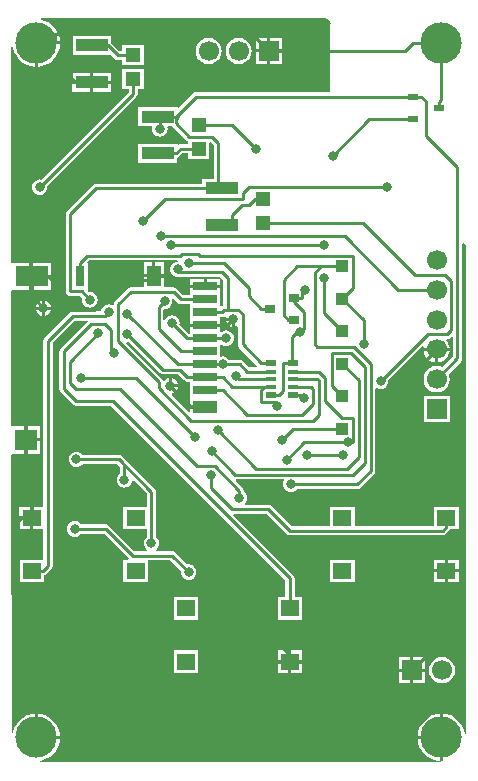
<source format=gbl>
%FSLAX44Y44*%
%MOMM*%
G71*
G01*
G75*
G04 Layer_Physical_Order=2*
G04 Layer_Color=16711680*
%ADD10R,2.0000X0.7000*%
%ADD11R,2.0000X1.0000*%
%ADD12R,1.2000X1.8000*%
%ADD13R,0.8000X1.8000*%
%ADD14R,2.8000X1.8000*%
%ADD15R,1.9000X1.8000*%
%ADD16R,0.9000X0.8000*%
%ADD17R,1.0000X1.0000*%
%ADD18R,1.6000X1.4000*%
%ADD19R,2.8000X1.1000*%
%ADD20R,1.3000X1.2000*%
%ADD21R,0.9500X0.6000*%
%ADD22R,0.9000X0.5000*%
%ADD23R,0.9000X0.3200*%
%ADD24C,0.2540*%
%ADD25C,1.7000*%
%ADD26R,1.7000X1.7000*%
%ADD27R,1.7000X1.7000*%
%ADD28C,3.5000*%
%ADD29C,0.8000*%
G36*
X1081814Y1005004D02*
X1081628Y1003748D01*
X1085397Y1002604D01*
X1088879Y1000743D01*
X1091930Y998239D01*
X1094435Y995188D01*
X1096295Y991706D01*
X1097441Y987929D01*
X1097703Y985270D01*
X1077689D01*
Y984003D01*
X1076421D01*
Y963988D01*
X1073763Y964250D01*
X1069985Y965396D01*
X1066504Y967257D01*
X1063452Y969761D01*
X1060948Y972813D01*
X1059087Y976294D01*
X1057941Y980071D01*
X1057850Y981001D01*
X1056581Y980938D01*
X1056615Y798040D01*
X1057114D01*
X1057151D01*
X1057513Y798040D01*
X1057513Y798040D01*
Y798040D01*
X1072421D01*
Y786497D01*
Y774960D01*
X1057517D01*
X1056619Y774062D01*
X1056641Y659440D01*
X1056817D01*
X1056851D01*
X1057539Y659440D01*
X1057539Y659440D01*
X1057539Y659440D01*
X1067621D01*
Y647898D01*
Y636360D01*
X1057543D01*
X1056645Y635462D01*
X1056689Y400128D01*
X1057945Y399942D01*
X1059087Y403706D01*
X1060948Y407188D01*
X1063452Y410239D01*
X1066504Y412743D01*
X1069985Y414604D01*
X1073763Y415750D01*
X1076421Y416012D01*
Y395998D01*
X1077689D01*
Y394730D01*
X1097703D01*
X1097441Y392072D01*
X1096295Y388294D01*
X1094435Y384813D01*
X1091930Y381761D01*
X1088879Y379257D01*
X1085397Y377396D01*
X1081620Y376250D01*
X1080790Y376168D01*
X1080852Y374900D01*
X1419826Y374997D01*
X1420691Y375863D01*
X1420691Y375863D01*
X1421961Y375988D01*
Y395998D01*
Y416012D01*
X1424620Y415750D01*
X1428397Y414604D01*
X1431879Y412743D01*
X1434930Y410239D01*
X1437435Y407188D01*
X1439295Y403706D01*
X1440441Y399929D01*
X1440532Y399008D01*
X1441801Y399070D01*
X1441691Y810000D01*
X1441691D01*
X1441770Y810096D01*
X1441401Y811951D01*
X1440296Y813605D01*
X1439252Y814303D01*
X1438132Y813704D01*
Y716956D01*
X1437836Y715470D01*
X1436994Y714209D01*
X1426750Y703965D01*
X1427447Y702282D01*
X1427827Y699400D01*
X1427447Y696518D01*
X1426335Y693832D01*
X1424565Y691526D01*
X1422259Y689757D01*
X1419573Y688644D01*
X1416691Y688265D01*
X1413809Y688644D01*
X1411124Y689757D01*
X1408817Y691526D01*
X1407048Y693832D01*
X1405936Y696518D01*
X1405556Y699400D01*
X1405936Y702282D01*
X1407048Y704968D01*
X1408817Y707274D01*
X1411124Y709044D01*
X1413809Y710156D01*
X1416691Y710535D01*
X1419573Y710156D01*
X1421256Y709459D01*
X1430363Y718565D01*
Y734960D01*
X1429189Y735446D01*
X1428358Y734615D01*
X1428358Y734615D01*
X1428358Y734615D01*
Y734615D01*
X1428358Y734615D01*
Y734615D01*
X1427098Y733773D01*
X1425611Y733477D01*
X1425384D01*
X1424823Y732338D01*
X1426335Y730368D01*
X1427447Y727682D01*
X1427659Y726070D01*
X1405723D01*
X1405832Y726899D01*
X1404693Y727460D01*
X1375691Y698458D01*
X1375820Y697484D01*
X1375595Y695777D01*
X1374936Y694186D01*
X1373888Y692820D01*
X1372522Y691771D01*
X1370931Y691112D01*
X1369223Y690888D01*
X1367516Y691112D01*
X1365925Y691771D01*
X1365865Y691817D01*
X1364726Y691256D01*
Y621792D01*
X1364726Y621792D01*
X1364726D01*
X1364430Y620305D01*
X1363588Y619045D01*
X1352158Y607615D01*
X1350898Y606773D01*
X1349411Y606477D01*
X1298540D01*
X1297942Y605698D01*
X1296575Y604649D01*
X1294985Y603990D01*
X1293277Y603766D01*
X1291570Y603990D01*
X1289979Y604649D01*
X1288613Y605698D01*
X1287565Y607064D01*
X1286906Y608655D01*
X1286681Y610362D01*
X1286906Y612069D01*
X1287565Y613660D01*
X1287192Y614415D01*
X1247101D01*
X1246615Y613242D01*
X1252082Y607775D01*
X1252924Y606515D01*
X1253220Y605028D01*
Y604005D01*
X1254000Y603406D01*
X1255048Y602040D01*
X1255707Y600449D01*
X1255932Y598742D01*
X1255707Y597035D01*
X1255048Y595444D01*
X1254173Y594304D01*
X1254735Y593165D01*
X1274227D01*
X1275714Y592869D01*
X1276974Y592027D01*
X1294124Y574877D01*
X1326151D01*
Y591540D01*
X1347231D01*
Y574877D01*
X1414151D01*
Y591540D01*
X1435231D01*
Y572460D01*
X1428218D01*
X1427438Y571293D01*
X1424390Y568245D01*
X1423130Y567403D01*
X1421643Y567107D01*
X1292515D01*
X1291029Y567403D01*
X1289768Y568245D01*
X1289768Y568245D01*
X1289768Y568245D01*
X1272618Y585395D01*
X1244889D01*
X1244403Y584222D01*
X1295188Y533437D01*
X1296030Y532177D01*
X1296326Y530690D01*
Y514790D01*
X1302981D01*
Y495710D01*
X1281901D01*
Y514790D01*
X1288557D01*
Y529081D01*
X1140802Y676835D01*
X1111159D01*
X1109673Y677131D01*
X1108412Y677973D01*
X1098252Y688133D01*
X1097410Y689393D01*
X1097361Y689640D01*
X1097115Y690880D01*
Y722884D01*
X1097410Y724371D01*
X1098252Y725631D01*
X1121302Y748681D01*
X1121217Y748963D01*
X1109966D01*
X1091422Y730419D01*
Y541020D01*
X1091422Y541020D01*
X1091422D01*
X1091126Y539533D01*
X1090284Y538273D01*
X1086264Y534253D01*
X1085004Y533411D01*
X1084757Y533362D01*
X1084231Y533257D01*
Y527460D01*
X1063151D01*
Y546540D01*
X1083653D01*
Y572460D01*
X1074961D01*
Y581997D01*
Y591540D01*
X1083653D01*
Y732028D01*
X1083948Y733515D01*
X1084790Y734775D01*
X1105610Y755595D01*
X1106871Y756437D01*
X1108357Y756732D01*
X1132579D01*
X1132728Y757865D01*
X1133387Y759456D01*
X1134435Y760822D01*
X1135801Y761871D01*
X1137392Y762530D01*
X1139099Y762754D01*
X1140807Y762530D01*
X1142398Y761871D01*
X1143089Y762682D01*
X1143384Y764168D01*
X1144226Y765429D01*
X1154697Y775899D01*
X1155957Y776741D01*
X1157444Y777037D01*
X1168452D01*
Y785830D01*
X1185531D01*
Y777037D01*
X1194042D01*
X1195528Y776741D01*
X1196788Y775899D01*
X1201803Y770884D01*
X1208151D01*
Y771960D01*
Y776730D01*
X1233231D01*
Y771960D01*
Y761502D01*
X1234351Y760903D01*
X1235213Y761479D01*
X1235807Y761597D01*
Y783391D01*
X1233078Y786119D01*
X1199866D01*
X1199227Y785854D01*
X1197519Y785630D01*
X1195812Y785854D01*
X1194221Y786513D01*
X1192855Y787562D01*
X1191807Y788928D01*
X1191148Y790519D01*
X1190923Y792226D01*
X1191148Y793933D01*
X1191807Y795524D01*
X1192855Y796890D01*
X1194221Y797939D01*
X1195812Y798598D01*
X1197519Y798822D01*
Y799127D01*
X1196621Y800025D01*
X1122550D01*
X1120965Y798440D01*
X1121131Y798040D01*
X1121131D01*
X1121131Y798040D01*
Y774960D01*
X1121131Y774960D01*
X1121131D01*
X1120860Y774304D01*
X1122123Y773040D01*
X1123097Y773168D01*
X1124805Y772944D01*
X1126395Y772285D01*
X1127762Y771236D01*
X1128810Y769870D01*
X1129469Y768279D01*
X1129694Y766572D01*
X1129469Y764865D01*
X1128810Y763274D01*
X1127762Y761908D01*
X1126395Y760859D01*
X1124805Y760200D01*
X1123097Y759976D01*
X1121390Y760200D01*
X1119799Y760859D01*
X1118433Y761908D01*
X1117385Y763274D01*
X1116726Y764865D01*
X1116501Y766572D01*
X1116629Y767546D01*
X1114371Y769805D01*
X1106587D01*
X1105101Y770101D01*
X1103840Y770943D01*
X1102998Y772203D01*
X1102703Y773690D01*
Y839216D01*
X1102998Y840703D01*
X1103840Y841963D01*
X1125624Y863747D01*
X1126885Y864589D01*
X1128371Y864885D01*
X1218151D01*
Y869040D01*
X1227925D01*
Y897551D01*
X1225404Y900071D01*
X1224231Y899585D01*
Y885960D01*
X1206151D01*
Y890615D01*
X1201414D01*
X1198722Y887923D01*
X1197462Y887081D01*
X1196992Y886988D01*
Y882630D01*
X1163912D01*
Y898710D01*
X1196992D01*
Y898549D01*
X1198111Y897951D01*
X1198319Y898089D01*
X1199805Y898385D01*
X1206151D01*
Y900812D01*
X1205685Y900905D01*
X1204424Y901747D01*
X1192944Y913227D01*
X1192675Y913630D01*
X1189539D01*
X1188701Y912675D01*
X1188876Y911352D01*
X1188651Y909645D01*
X1187992Y908054D01*
X1186944Y906688D01*
X1185577Y905639D01*
X1183987Y904980D01*
X1182279Y904756D01*
X1180572Y904980D01*
X1178981Y905639D01*
X1177615Y906688D01*
X1176567Y908054D01*
X1175908Y909645D01*
X1175683Y911352D01*
X1175908Y913059D01*
X1175526Y913630D01*
X1163912D01*
Y929710D01*
X1196991D01*
X1196992Y929710D01*
Y929710D01*
X1198087Y929256D01*
X1210079Y941247D01*
X1211339Y942089D01*
X1212825Y942385D01*
X1326660D01*
X1326691Y1000000D01*
X1326691Y1000000D01*
X1326691D01*
X1326770Y1000096D01*
X1326401Y1001951D01*
X1325296Y1003605D01*
X1323642Y1004710D01*
X1321691Y1005098D01*
X1081814Y1005004D01*
D02*
G37*
G36*
X1192563Y767375D02*
X1192715Y767009D01*
X1192940Y765302D01*
X1192715Y763595D01*
X1192056Y762004D01*
X1191008Y760638D01*
X1189641Y759589D01*
X1188051Y758930D01*
X1186343Y758706D01*
X1186103Y758737D01*
X1185148Y757900D01*
Y749467D01*
X1186394Y749220D01*
X1186737Y750048D01*
X1187785Y751414D01*
X1189151Y752462D01*
X1190742Y753121D01*
X1192449Y753346D01*
X1194157Y753121D01*
X1195748Y752462D01*
X1197114Y751414D01*
X1198162Y750048D01*
X1198821Y748457D01*
X1199046Y746750D01*
X1198918Y745775D01*
X1206808Y737885D01*
X1208151D01*
Y738960D01*
Y743730D01*
X1233231D01*
Y739703D01*
X1234370Y739141D01*
X1235115Y739713D01*
X1236706Y740372D01*
X1238413Y740596D01*
X1240121Y740372D01*
X1241712Y739713D01*
X1243078Y738664D01*
X1244126Y737298D01*
X1244785Y735707D01*
X1245010Y734000D01*
X1244785Y732293D01*
X1244126Y730702D01*
X1243078Y729336D01*
X1241712Y728287D01*
X1240121Y727628D01*
X1238413Y727404D01*
X1236706Y727628D01*
X1235115Y728287D01*
X1234370Y728859D01*
X1233231Y728297D01*
Y727960D01*
Y719207D01*
X1234186Y718370D01*
X1235619Y718558D01*
X1237327Y718334D01*
X1238917Y717675D01*
X1240284Y716626D01*
X1240853Y715885D01*
X1250119D01*
X1251606Y715589D01*
X1252866Y714747D01*
X1257928Y709685D01*
X1264344D01*
X1264830Y710858D01*
X1249572Y726115D01*
X1248730Y727376D01*
X1248435Y728862D01*
X1248435Y728862D01*
X1248435Y728862D01*
Y728862D01*
Y743484D01*
X1247379Y744190D01*
X1246217Y743708D01*
X1245779Y743651D01*
Y750082D01*
X1244512D01*
Y751350D01*
X1238080D01*
X1238138Y751787D01*
X1238363Y752330D01*
X1237381Y753136D01*
X1236296Y752411D01*
X1236049Y752362D01*
X1234809Y752115D01*
X1233231D01*
Y749960D01*
Y746270D01*
X1208151D01*
Y749960D01*
Y760960D01*
Y763115D01*
X1200194D01*
X1198707Y763411D01*
X1197447Y764253D01*
X1197447Y764253D01*
X1197447Y764253D01*
X1193620Y768080D01*
X1192563Y767375D01*
D02*
G37*
G36*
X1154847Y731020D02*
X1154349Y731085D01*
X1153787Y729946D01*
X1184097Y699637D01*
X1184939Y698376D01*
X1186076Y698111D01*
X1186251Y698338D01*
X1187617Y699387D01*
X1189208Y700046D01*
X1189645Y700103D01*
Y693671D01*
X1190913D01*
Y692404D01*
X1197345D01*
X1197287Y691967D01*
X1196628Y690376D01*
X1195580Y689010D01*
X1194213Y687961D01*
X1192623Y687302D01*
X1192236Y686163D01*
X1206978Y671421D01*
X1208151Y671907D01*
Y674730D01*
X1220694D01*
Y677270D01*
X1208151D01*
Y683540D01*
D01*
Y683540D01*
X1208151Y683540D01*
Y683960D01*
X1208151D01*
Y694960D01*
Y697115D01*
X1205615D01*
X1204129Y697411D01*
X1202868Y698253D01*
X1197752Y703369D01*
X1185209D01*
X1183723Y703665D01*
X1182463Y704507D01*
X1182462Y704507D01*
X1182463Y704507D01*
X1155822Y731148D01*
X1154847Y731020D01*
D02*
G37*
%LPC*%
G36*
X1425961Y546540D02*
X1435231D01*
Y538270D01*
X1425961D01*
Y546540D01*
D02*
G37*
G36*
X1414151D02*
X1423421D01*
Y538270D01*
X1414151D01*
Y546540D01*
D02*
G37*
G36*
Y535730D02*
X1423421D01*
Y527460D01*
X1414151D01*
Y535730D01*
D02*
G37*
G36*
X1425961D02*
X1435231D01*
Y527460D01*
X1425961D01*
Y535730D01*
D02*
G37*
G36*
X1326151Y546540D02*
X1347231D01*
Y527460D01*
X1326151D01*
Y546540D01*
D02*
G37*
G36*
X1070161Y659440D02*
X1080931D01*
Y649170D01*
X1070161D01*
Y659440D01*
D02*
G37*
G36*
X1405651Y685040D02*
X1427731D01*
Y662960D01*
X1405651D01*
Y685040D01*
D02*
G37*
G36*
X1192185Y700103D02*
X1192623Y700046D01*
X1194213Y699387D01*
X1195580Y698338D01*
X1196628Y696972D01*
X1197287Y695381D01*
X1197345Y694944D01*
X1192185D01*
Y700103D01*
D02*
G37*
G36*
X1070161Y646630D02*
X1080931D01*
Y636360D01*
X1070161D01*
Y646630D01*
D02*
G37*
G36*
X1063151Y580730D02*
X1072421D01*
Y572460D01*
X1063151D01*
Y580730D01*
D02*
G37*
G36*
Y591540D02*
X1072421D01*
Y583270D01*
X1063151D01*
Y591540D01*
D02*
G37*
G36*
X1111691Y638040D02*
X1113398Y637816D01*
X1114989Y637157D01*
X1116356Y636108D01*
X1116954Y635329D01*
X1147735D01*
X1148975Y635082D01*
X1149222Y635033D01*
X1150482Y634191D01*
X1155054Y629619D01*
X1177914Y606759D01*
X1178756Y605499D01*
X1179052Y604012D01*
Y565841D01*
X1179832Y565242D01*
X1180880Y563876D01*
X1181539Y562285D01*
X1181764Y560578D01*
X1181539Y558871D01*
X1180880Y557280D01*
X1179832Y555914D01*
X1178637Y554997D01*
X1179046Y553795D01*
X1192693D01*
X1193933Y553548D01*
X1194180Y553499D01*
X1195440Y552657D01*
X1205689Y542408D01*
X1206663Y542536D01*
X1208371Y542312D01*
X1209961Y541653D01*
X1211328Y540604D01*
X1212376Y539238D01*
X1213035Y537647D01*
X1213260Y535940D01*
X1213035Y534233D01*
X1212376Y532642D01*
X1211328Y531276D01*
X1209961Y530227D01*
X1208371Y529568D01*
X1206663Y529344D01*
X1204956Y529568D01*
X1203365Y530227D01*
X1201999Y531276D01*
X1200951Y532642D01*
X1200292Y534233D01*
X1200067Y535940D01*
X1200195Y536914D01*
X1191084Y546025D01*
X1172231D01*
Y527460D01*
X1151151D01*
Y546540D01*
X1155382D01*
X1155868Y547714D01*
X1134950Y568631D01*
X1115406D01*
X1114808Y567852D01*
X1113441Y566803D01*
X1111851Y566144D01*
X1110143Y565920D01*
X1108436Y566144D01*
X1106845Y566803D01*
X1105479Y567852D01*
X1104431Y569218D01*
X1103772Y570809D01*
X1103547Y572516D01*
X1103772Y574223D01*
X1104431Y575814D01*
X1105479Y577180D01*
X1106845Y578229D01*
X1108436Y578888D01*
X1110143Y579112D01*
X1111851Y578888D01*
X1113441Y578229D01*
X1114808Y577180D01*
X1115406Y576401D01*
X1136559D01*
X1138046Y576105D01*
X1139306Y575263D01*
X1160774Y553795D01*
X1171289D01*
X1171697Y554997D01*
X1170503Y555914D01*
X1169455Y557280D01*
X1168796Y558871D01*
X1168571Y560578D01*
X1168796Y562285D01*
X1169455Y563876D01*
X1170503Y565242D01*
X1171283Y565841D01*
Y572460D01*
X1151151D01*
Y591540D01*
X1171283D01*
Y602403D01*
X1159990Y613696D01*
X1158787Y613287D01*
X1158679Y612465D01*
X1158020Y610874D01*
X1156972Y609508D01*
X1155605Y608459D01*
X1154015Y607800D01*
X1152307Y607576D01*
X1150600Y607800D01*
X1149009Y608459D01*
X1147643Y609508D01*
X1146595Y610874D01*
X1145936Y612465D01*
X1145711Y614172D01*
X1145936Y615879D01*
X1146595Y617470D01*
X1147643Y618836D01*
X1148423Y619435D01*
Y625263D01*
X1146126Y627559D01*
X1116954D01*
X1116356Y626780D01*
X1114989Y625731D01*
X1113398Y625072D01*
X1111691Y624848D01*
X1109984Y625072D01*
X1108393Y625731D01*
X1107027Y626780D01*
X1105978Y628146D01*
X1105320Y629737D01*
X1105095Y631444D01*
X1105320Y633151D01*
X1105978Y634742D01*
X1107027Y636108D01*
X1108393Y637157D01*
X1109984Y637816D01*
X1111691Y638040D01*
D02*
G37*
G36*
X1396961Y451730D02*
X1406731D01*
Y441960D01*
X1396961D01*
Y451730D01*
D02*
G37*
G36*
X1384651D02*
X1394421D01*
Y441960D01*
X1384651D01*
Y451730D01*
D02*
G37*
G36*
X1293711Y458980D02*
X1302981D01*
Y450710D01*
X1293711D01*
Y458980D01*
D02*
G37*
G36*
X1421091Y464135D02*
X1423973Y463756D01*
X1426659Y462643D01*
X1428965Y460874D01*
X1430735Y458568D01*
X1431847Y455882D01*
X1432226Y453000D01*
X1431847Y450118D01*
X1430735Y447432D01*
X1428965Y445126D01*
X1426659Y443356D01*
X1423973Y442244D01*
X1421091Y441865D01*
X1418209Y442244D01*
X1415524Y443356D01*
X1413217Y445126D01*
X1411448Y447432D01*
X1410335Y450118D01*
X1409956Y453000D01*
X1410335Y455882D01*
X1411448Y458568D01*
X1413217Y460874D01*
X1415524Y462643D01*
X1418209Y463756D01*
X1421091Y464135D01*
D02*
G37*
G36*
X1400679Y394730D02*
X1419421D01*
Y375988D01*
X1416763Y376250D01*
X1412985Y377396D01*
X1409504Y379257D01*
X1406452Y381761D01*
X1403948Y384813D01*
X1402087Y388294D01*
X1400941Y392072D01*
X1400679Y394730D01*
D02*
G37*
G36*
X1419421Y416012D02*
Y397270D01*
X1400679D01*
X1400941Y399929D01*
X1402087Y403706D01*
X1403948Y407188D01*
X1406452Y410239D01*
X1409504Y412743D01*
X1412985Y414604D01*
X1416763Y415750D01*
X1419421Y416012D01*
D02*
G37*
G36*
X1078961D02*
X1081620Y415750D01*
X1085397Y414604D01*
X1088879Y412743D01*
X1091930Y410239D01*
X1094435Y407188D01*
X1096295Y403706D01*
X1097441Y399929D01*
X1097703Y397270D01*
X1078961D01*
Y416012D01*
D02*
G37*
G36*
X1293711Y469790D02*
X1302981D01*
Y461520D01*
X1293711D01*
Y469790D01*
D02*
G37*
G36*
X1281901D02*
X1291171D01*
Y461520D01*
X1281901D01*
Y469790D01*
D02*
G37*
G36*
X1193901Y514790D02*
X1214981D01*
Y495710D01*
X1193901D01*
Y514790D01*
D02*
G37*
G36*
X1384651Y464040D02*
X1394421D01*
Y454270D01*
X1384651D01*
Y464040D01*
D02*
G37*
G36*
X1281901Y458980D02*
X1291171D01*
Y450710D01*
X1281901D01*
Y458980D01*
D02*
G37*
G36*
X1193901Y469790D02*
X1214981D01*
Y450710D01*
X1193901D01*
Y469790D01*
D02*
G37*
G36*
X1396961Y464040D02*
X1406731D01*
Y454270D01*
X1396961D01*
Y464040D01*
D02*
G37*
G36*
X1125972Y958928D02*
X1141242D01*
Y952158D01*
X1125972D01*
Y958928D01*
D02*
G37*
G36*
X1108162D02*
X1123432D01*
Y952158D01*
X1108162D01*
Y958928D01*
D02*
G37*
G36*
X1078961Y982730D02*
X1097703D01*
X1097441Y980071D01*
X1096295Y976294D01*
X1094435Y972813D01*
X1091930Y969761D01*
X1088879Y967257D01*
X1085397Y965396D01*
X1081620Y964250D01*
X1078961Y963988D01*
Y982730D01*
D02*
G37*
G36*
X1150651Y962040D02*
X1168731D01*
Y944960D01*
X1163576D01*
Y941088D01*
X1163280Y939601D01*
X1162438Y938341D01*
X1086893Y862796D01*
X1087022Y861822D01*
X1086797Y860115D01*
X1086138Y858524D01*
X1085090Y857158D01*
X1083724Y856109D01*
X1082133Y855450D01*
X1080425Y855226D01*
X1078718Y855450D01*
X1077127Y856109D01*
X1075761Y857158D01*
X1074713Y858524D01*
X1074054Y860115D01*
X1073829Y861822D01*
X1074054Y863529D01*
X1074713Y865120D01*
X1075761Y866486D01*
X1077127Y867535D01*
X1078718Y868194D01*
X1080425Y868418D01*
X1081400Y868290D01*
X1155806Y942697D01*
Y944960D01*
X1150651D01*
Y962040D01*
D02*
G37*
G36*
X1125972Y949618D02*
X1141242D01*
Y942848D01*
X1125972D01*
Y949618D01*
D02*
G37*
G36*
X1108162D02*
X1123432D01*
Y942848D01*
X1108162D01*
Y949618D01*
D02*
G37*
G36*
X1249041Y988385D02*
X1251923Y988006D01*
X1254609Y986893D01*
X1256915Y985124D01*
X1258685Y982817D01*
X1259797Y980132D01*
X1260176Y977250D01*
X1259797Y974368D01*
X1258685Y971682D01*
X1256915Y969376D01*
X1254609Y967606D01*
X1251923Y966494D01*
X1249041Y966115D01*
X1246159Y966494D01*
X1243474Y967606D01*
X1241167Y969376D01*
X1239398Y971682D01*
X1238285Y974368D01*
X1237906Y977250D01*
X1238285Y980132D01*
X1239398Y982817D01*
X1241167Y985124D01*
X1243474Y986893D01*
X1246159Y988006D01*
X1249041Y988385D01*
D02*
G37*
G36*
X1108162Y989928D02*
X1141242D01*
Y984217D01*
X1148074Y977385D01*
X1150651D01*
Y982040D01*
X1168731D01*
Y964960D01*
X1150651D01*
Y969616D01*
X1146465D01*
X1144979Y969911D01*
X1143718Y970753D01*
X1140624Y973848D01*
X1108162D01*
Y989928D01*
D02*
G37*
G36*
X1275711Y988290D02*
X1285481D01*
Y978520D01*
X1275711D01*
Y988290D01*
D02*
G37*
G36*
X1263401D02*
X1273171D01*
Y978520D01*
X1263401D01*
Y988290D01*
D02*
G37*
G36*
X1223641Y988385D02*
X1226523Y988006D01*
X1229209Y986893D01*
X1231515Y985124D01*
X1233285Y982817D01*
X1234397Y980132D01*
X1234776Y977250D01*
X1234397Y974368D01*
X1233285Y971682D01*
X1231515Y969376D01*
X1229209Y967606D01*
X1226523Y966494D01*
X1223641Y966115D01*
X1220759Y966494D01*
X1218074Y967606D01*
X1215767Y969376D01*
X1213998Y971682D01*
X1212885Y974368D01*
X1212506Y977250D01*
X1212885Y980132D01*
X1213998Y982817D01*
X1215767Y985124D01*
X1218074Y986893D01*
X1220759Y988006D01*
X1223641Y988385D01*
D02*
G37*
G36*
X1275711Y975980D02*
X1285481D01*
Y966210D01*
X1275711D01*
Y975980D01*
D02*
G37*
G36*
X1263401D02*
X1273171D01*
Y966210D01*
X1263401D01*
Y975980D01*
D02*
G37*
G36*
X1084997Y758190D02*
X1090156D01*
X1090099Y757753D01*
X1089440Y756162D01*
X1088392Y754796D01*
X1087026Y753747D01*
X1085435Y753088D01*
X1084997Y753031D01*
Y758190D01*
D02*
G37*
G36*
X1077298D02*
X1082457D01*
Y753031D01*
X1082020Y753088D01*
X1080429Y753747D01*
X1079063Y754796D01*
X1078015Y756162D01*
X1077356Y757753D01*
X1077298Y758190D01*
D02*
G37*
G36*
X1084997Y765889D02*
X1085435Y765832D01*
X1087026Y765173D01*
X1088392Y764124D01*
X1089440Y762758D01*
X1090099Y761167D01*
X1090156Y760730D01*
X1084997D01*
Y765889D01*
D02*
G37*
G36*
X1417961Y723530D02*
X1427659D01*
X1427447Y721918D01*
X1426335Y719232D01*
X1424565Y716926D01*
X1422259Y715157D01*
X1419573Y714044D01*
X1417961Y713832D01*
Y723530D01*
D02*
G37*
G36*
X1405723D02*
X1415421D01*
Y713832D01*
X1413809Y714044D01*
X1411124Y715157D01*
X1408817Y716926D01*
X1407048Y719232D01*
X1405936Y721918D01*
X1405723Y723530D01*
D02*
G37*
G36*
X1238080Y748810D02*
X1243239D01*
Y743651D01*
X1242802Y743708D01*
X1241211Y744367D01*
X1239845Y745415D01*
X1238797Y746782D01*
X1238138Y748372D01*
X1238080Y748810D01*
D02*
G37*
G36*
X1082457Y765889D02*
Y760730D01*
X1077298D01*
X1077356Y761167D01*
X1078015Y762758D01*
X1079063Y764124D01*
X1080429Y765173D01*
X1082020Y765832D01*
X1082457Y765889D01*
D02*
G37*
G36*
X1074961Y798040D02*
X1090231D01*
Y787770D01*
X1074961D01*
Y798040D01*
D02*
G37*
G36*
X1178261Y798640D02*
X1185531D01*
Y788370D01*
X1178261D01*
Y798640D01*
D02*
G37*
G36*
X1168452D02*
X1175722D01*
Y788370D01*
X1168452D01*
Y798640D01*
D02*
G37*
G36*
X1074961Y785230D02*
X1090231D01*
Y774960D01*
X1074961D01*
Y785230D01*
D02*
G37*
G36*
X1221961Y784040D02*
X1233231D01*
Y779270D01*
X1221961D01*
Y784040D01*
D02*
G37*
G36*
X1208151D02*
X1219421D01*
Y779270D01*
X1208151D01*
Y784040D01*
D02*
G37*
%LPD*%
D10*
X1220691Y778000D02*
D03*
Y767000D02*
D03*
Y756000D02*
D03*
Y745000D02*
D03*
Y734000D02*
D03*
Y723000D02*
D03*
Y712000D02*
D03*
Y701000D02*
D03*
Y690000D02*
D03*
D11*
Y676000D02*
D03*
D12*
X1176992Y787100D02*
D03*
D13*
X1114591Y786500D02*
D03*
D14*
X1073691D02*
D03*
D15*
X1068891Y647900D02*
D03*
D16*
X1295691Y749500D02*
D03*
Y768500D02*
D03*
X1275691Y759000D02*
D03*
D17*
X1336691Y657500D02*
D03*
Y685000D02*
D03*
Y712500D02*
D03*
Y740000D02*
D03*
Y767500D02*
D03*
Y795000D02*
D03*
D18*
X1204441Y505250D02*
D03*
Y460250D02*
D03*
X1292441Y505250D02*
D03*
Y460250D02*
D03*
X1161691Y537000D02*
D03*
Y582000D02*
D03*
X1073691Y537000D02*
D03*
Y582000D02*
D03*
X1336691D02*
D03*
Y537000D02*
D03*
X1424691Y582000D02*
D03*
Y537000D02*
D03*
D19*
X1234691Y830000D02*
D03*
Y861000D02*
D03*
X1180452Y890670D02*
D03*
Y921670D02*
D03*
X1124702Y950888D02*
D03*
Y981888D02*
D03*
D20*
X1269691Y852000D02*
D03*
Y832000D02*
D03*
X1215191Y894500D02*
D03*
Y914500D02*
D03*
X1159691Y973500D02*
D03*
Y953500D02*
D03*
D21*
X1418691Y929000D02*
D03*
X1396691Y919500D02*
D03*
Y938500D02*
D03*
D22*
X1276691Y713050D02*
D03*
Y686000D02*
D03*
X1294791D02*
D03*
Y713050D02*
D03*
D23*
X1276691Y705800D02*
D03*
Y699400D02*
D03*
Y693000D02*
D03*
X1294791D02*
D03*
Y699400D02*
D03*
Y705800D02*
D03*
D24*
X1147735Y631444D02*
X1111691D01*
X1152307Y626872D02*
X1147735Y631444D01*
X1152307Y614172D02*
Y626872D01*
X1345502Y645922D02*
X1304453D01*
X1345502D02*
Y666310D01*
X1310461Y693000D02*
X1294791D01*
X1312073Y691388D02*
X1310461Y693000D01*
X1073691Y769496D02*
X1072551Y770636D01*
X1312073Y678180D02*
Y691388D01*
X1317153Y669036D02*
Y698130D01*
X1239691Y757890D02*
X1236699D01*
X1248810D02*
X1239691D01*
Y785000D01*
X1234687Y790004D01*
X1199741D01*
X1197519Y792226D01*
X1197361Y921670D02*
X1195691Y920000D01*
Y915974D02*
Y920000D01*
X1207171Y904494D02*
X1195691Y915974D01*
X1068891Y647900D02*
Y714756D01*
X1073691Y719556D02*
X1068891Y714756D01*
X1073691Y582000D02*
Y612394D01*
X1068891Y617194D01*
Y647900D01*
X1395691Y453000D02*
X1347887D01*
X1340637Y460250D01*
X1292441D01*
X1215191Y894500D02*
X1199805D01*
X1195975Y890670D01*
X1180452D01*
X1159691Y973500D02*
X1146465D01*
X1138078Y981888D01*
X1124702D01*
X1420691Y935990D02*
Y984000D01*
Y935990D02*
X1418691Y933990D01*
Y929000D02*
Y933990D01*
X1226475Y904494D02*
X1207171D01*
X1231809Y899160D02*
X1226475Y904494D01*
X1234691Y861000D02*
X1231809D01*
X1093633Y984000D02*
X1077691D01*
X1220691Y778000D02*
X1199869D01*
X1190769Y787100D01*
X1176992D01*
X1175167Y560578D02*
Y604012D01*
X1147735Y631444D01*
X1073691Y582000D02*
X1064761D01*
X1061881Y579120D01*
Y527307D02*
Y579120D01*
X1070011Y519176D02*
X1061881Y527307D01*
X1238921Y519176D02*
X1070011D01*
X1292441Y465656D02*
X1238921Y519176D01*
X1292441Y460250D02*
Y465656D01*
X1110651Y950888D02*
X1106841Y954698D01*
Y991362D01*
X1274441Y977250D02*
X1260329Y991362D01*
X1182279Y921670D02*
X1180452D01*
X1302675Y768500D02*
X1295691D01*
X1302675D02*
Y771652D01*
X1305469Y774446D02*
X1302675Y771652D01*
X1424691Y537000D02*
Y554070D01*
X1436533Y565912D02*
X1424691Y554070D01*
X1436533Y565912D02*
Y592836D01*
X1390813Y638556D01*
Y698922D01*
X1416691Y724800D02*
X1390813Y698922D01*
X1139099Y756158D02*
X1135789Y752848D01*
X1108357D01*
X1087537Y732028D01*
Y541020D02*
Y732028D01*
Y541020D02*
X1083518Y537000D01*
X1073691D01*
X1295691Y764413D02*
Y768500D01*
X1304199Y755904D02*
X1295691Y764413D01*
X1304199Y741934D02*
Y755904D01*
Y741934D02*
X1301151Y738886D01*
X1206663Y535940D02*
X1192693Y549910D01*
X1159165D01*
X1136559Y572516D01*
X1110143D01*
X1298611Y795000D02*
X1287181Y783570D01*
Y753310D02*
Y783570D01*
X1290991Y749500D02*
X1287181Y753310D01*
X1295691Y749500D02*
X1290991D01*
X1298611Y738886D02*
X1294547Y734822D01*
X1301151Y738886D02*
X1298611D01*
X1186879Y851689D02*
X1168309Y833120D01*
X1252502Y851689D02*
X1186879D01*
X1252502D02*
Y856606D01*
X1257971Y862076D02*
X1252502Y856606D01*
X1374811Y862076D02*
X1257971D01*
X1269691Y852000D02*
X1262972D01*
X1257582Y846609D01*
X1251649D01*
X1243239Y838200D01*
Y830000D02*
X1234691D01*
X1396691Y919500D02*
X1359571D01*
X1328564Y888492D01*
X1349411Y610362D02*
X1293277D01*
X1360841Y621792D02*
X1349411Y610362D01*
X1360841Y621792D02*
Y711985D01*
X1346386Y726440D01*
X1315629D01*
X1313343Y728726D01*
Y789412D01*
X1318931Y795000D02*
X1313343Y789412D01*
X1336691Y795000D02*
X1318931D01*
X1176992Y783520D02*
Y787100D01*
X1152427Y783520D02*
X1126835Y757928D01*
X1105571D01*
X1095308Y768191D01*
Y778613D01*
X1087421Y786500D01*
X1073691D01*
X1114591D02*
Y797560D01*
X1120941Y803910D02*
X1114591Y797560D01*
X1199167Y803910D02*
X1120941D01*
X1200881Y805624D02*
X1199167Y803910D01*
X1214787Y805624D02*
X1200881D01*
X1216501Y803910D02*
X1214787Y805624D01*
X1345502Y803910D02*
X1216501D01*
X1345502Y776310D02*
Y803910D01*
Y776310D02*
X1336691Y767500D01*
X1354745Y729488D02*
Y749446D01*
X1336691Y767500D01*
X1270671Y693000D02*
X1268131Y690460D01*
Y679690D02*
Y690460D01*
X1279068Y679690D02*
X1268131D01*
X1281847Y676910D02*
X1279068Y679690D01*
X1294949Y657500D02*
X1285403Y647954D01*
X1336691Y657500D02*
X1294949D01*
X1235493Y701000D02*
X1220691D01*
X1243493Y693000D02*
X1235493Y701000D01*
X1345502Y666310D02*
X1336897D01*
X1322487Y680720D01*
Y700720D01*
X1317407Y705800D01*
X1294791D01*
X1283371Y686000D02*
X1276691D01*
X1286419Y689048D02*
X1283371Y686000D01*
X1286419Y689048D02*
Y713050D01*
X1434247Y716956D02*
X1416691Y699400D01*
X1434247Y716956D02*
Y878840D01*
X1407577Y905510D01*
Y934720D01*
X1403797Y938500D01*
X1396691D01*
X1275691Y759000D02*
X1268131D01*
X1257399Y769732D01*
Y776796D01*
X1236381Y797814D01*
X1206917D01*
X1186343Y765302D02*
X1181263Y760222D01*
Y742188D02*
Y760222D01*
X1200451Y723000D02*
X1181263Y742188D01*
X1220691Y723000D02*
X1200451D01*
X1276691Y713050D02*
X1268131D01*
X1252319Y728862D01*
Y754380D01*
X1248810Y757890D01*
X1236699D02*
X1234809Y756000D01*
X1220691D01*
X1244509Y750080D02*
X1239429Y745000D01*
X1220691D01*
X1129955Y738124D02*
X1106079Y714248D01*
Y695960D02*
Y714248D01*
X1111159Y690880D02*
X1106079Y695960D01*
X1148414Y690880D02*
X1111159D01*
X1213502Y625792D02*
X1148414Y690880D01*
X1228571Y625792D02*
X1213502D01*
X1249335Y605028D02*
X1228571Y625792D01*
X1249335Y598742D02*
Y605028D01*
X1085251Y950888D02*
X1072551Y938188D01*
X1185209Y707254D02*
X1154847Y737616D01*
X1199361Y707254D02*
X1185209D01*
X1205615Y701000D02*
X1199361Y707254D01*
X1220691Y701000D02*
X1205615D01*
X1197401Y712334D02*
X1154847Y754888D01*
X1204441Y712334D02*
X1197401D01*
X1204775Y712000D02*
X1204441Y712334D01*
X1220691Y712000D02*
X1204775D01*
X1208589Y676000D02*
X1190915Y693674D01*
X1220691Y676000D02*
X1208589D01*
X1315883Y699400D02*
X1294791D01*
X1317153Y698130D02*
X1315883Y699400D01*
X1317153Y669036D02*
X1312137Y664020D01*
X1208885D01*
X1181350Y691556D01*
Y696890D01*
X1146973Y731266D01*
Y762682D01*
X1157444Y773152D02*
X1146973Y762682D01*
X1194042Y773152D02*
X1157444D01*
X1200194Y767000D02*
X1194042Y773152D01*
X1220691Y767000D02*
X1200194D01*
X1123097Y766572D02*
X1115980Y773690D01*
X1106587D01*
Y839216D01*
X1128371Y861000D02*
X1106587Y839216D01*
X1212825Y938500D02*
X1195995Y921670D01*
X1396691Y938500D02*
X1212825D01*
X1420691Y984000D02*
X1396405D01*
X1389655Y977250D01*
X1274441D01*
X1292441Y460250D02*
X1238161D01*
X1173912Y396000D01*
X1077691D01*
X1424691Y482000D02*
X1395691Y453000D01*
X1424691Y482000D02*
Y537000D01*
X1159691Y941088D02*
X1080425Y861822D01*
X1159691Y941088D02*
Y953500D01*
X1337727Y634746D02*
X1306993D01*
X1409101Y737362D02*
X1369223Y697484D01*
X1425611Y737362D02*
X1409101D01*
X1429167Y740918D02*
X1425611Y737362D01*
X1429167Y740918D02*
Y782320D01*
X1423833Y787654D01*
X1398433D01*
X1354087Y832000D01*
X1269691D01*
X1263559Y894080D02*
X1243139Y914500D01*
X1215191D01*
X1304199Y683260D02*
X1301459Y686000D01*
X1294791D01*
X1225205Y607378D02*
Y617982D01*
X1243303Y589280D02*
X1225205Y607378D01*
X1274227Y589280D02*
X1243303D01*
X1292515Y570992D02*
X1274227Y589280D01*
X1421643Y570992D02*
X1292515D01*
X1424691Y574040D02*
X1421643Y570992D01*
X1424691Y574040D02*
Y582000D01*
X1143163Y721360D02*
X1141131Y723392D01*
Y740854D01*
X1136051Y745934D01*
X1124049D01*
X1100999Y722884D01*
Y690880D02*
Y722884D01*
X1111159Y680720D02*
X1100999Y690880D01*
X1142411Y680720D02*
X1111159D01*
X1292441Y530690D02*
X1142411Y680720D01*
X1292441Y505250D02*
Y530690D01*
X1336691Y685000D02*
X1327821Y693870D01*
Y721310D01*
X1344331D02*
X1327821D01*
X1355662Y709980D02*
X1344331Y721310D01*
X1355662Y628381D02*
Y709980D01*
Y628381D02*
X1345580Y618300D01*
X1246223D01*
X1226221Y638302D01*
X1238413Y734000D02*
X1220691D01*
X1249451Y699400D02*
X1247049Y701802D01*
X1276691Y699400D02*
X1249451D01*
X1205199Y734000D02*
X1192449Y746750D01*
X1220691Y734000D02*
X1205199D01*
X1235619Y711962D02*
X1235581Y712000D01*
X1264049Y623380D02*
X1231301Y656128D01*
X1340591Y623380D02*
X1264049D01*
X1350582Y633370D02*
X1340591Y623380D01*
X1350582Y633370D02*
Y698610D01*
X1336691Y712500D01*
X1276691Y705800D02*
X1256319D01*
X1250119Y712000D01*
X1235581D02*
X1220691D01*
X1321217Y812546D02*
X1191423D01*
X1321217Y755474D02*
Y784860D01*
X1336691Y740000D02*
X1321217Y755474D01*
X1312073Y678180D02*
X1302993Y669100D01*
X1256265D01*
X1235365Y690000D01*
X1220691D01*
X1338862Y820611D02*
X1183502D01*
X1384222Y775250D02*
X1338862Y820611D01*
X1416691Y775250D02*
X1384222D01*
X1162514Y700532D02*
X1115691D01*
X1212251Y650795D02*
X1162514Y700532D01*
X1294547Y713050D02*
Y734822D01*
X1294791Y713050D02*
X1294547D01*
X1286419D01*
X1231809Y861000D02*
Y899160D01*
Y861000D02*
X1128371D01*
X1195995Y921670D02*
X1182279D01*
Y911352D02*
Y921670D01*
X1260329Y991362D02*
X1106841D01*
X1093633D01*
X1073691Y719556D02*
Y769496D01*
Y786500D01*
X1083727Y759460D02*
X1073691Y769496D01*
X1176992Y783520D02*
X1152427D01*
X1124702Y950888D02*
X1110651D01*
X1085251D01*
X1072551Y770636D02*
Y938188D01*
X1093633Y984000D02*
Y991362D01*
X1318931Y795000D02*
X1298611D01*
X1304453Y645922D02*
X1289721Y631190D01*
X1147735Y631444D02*
X1135035D01*
X1276691Y693000D02*
X1270671D01*
X1243493D01*
X1250119Y712000D02*
X1235581D01*
X1243239Y830000D02*
Y838200D01*
D25*
X1223641Y977250D02*
D03*
X1249041D02*
D03*
X1421091Y453000D02*
D03*
X1416691Y749850D02*
D03*
Y800650D02*
D03*
Y775250D02*
D03*
Y699400D02*
D03*
Y724800D02*
D03*
D26*
X1274441Y977250D02*
D03*
X1395691Y453000D02*
D03*
D27*
X1416691Y674000D02*
D03*
D28*
X1420691Y984000D02*
D03*
X1077691D02*
D03*
Y396000D02*
D03*
X1420691D02*
D03*
D29*
X1175167Y560578D02*
D03*
X1182279Y911352D02*
D03*
X1305469Y774446D02*
D03*
X1139099Y756158D02*
D03*
X1206663Y535940D02*
D03*
X1110143Y572516D02*
D03*
X1301151Y738886D02*
D03*
X1168309Y833120D02*
D03*
X1374811Y862076D02*
D03*
X1328564Y888492D02*
D03*
X1293277Y610362D02*
D03*
X1341537Y645922D02*
D03*
X1354745Y729488D02*
D03*
X1281847Y676910D02*
D03*
X1285403Y647954D02*
D03*
X1111691Y631444D02*
D03*
X1152307Y614172D02*
D03*
X1289721Y631190D02*
D03*
X1206917Y797814D02*
D03*
X1186343Y765302D02*
D03*
X1244509Y750080D02*
D03*
X1129955Y738124D02*
D03*
X1249335Y598742D02*
D03*
X1083727Y759460D02*
D03*
X1154847Y737616D02*
D03*
Y754888D02*
D03*
X1190915Y693674D02*
D03*
X1123097Y766572D02*
D03*
X1080425Y861822D02*
D03*
X1306993Y634746D02*
D03*
X1337727D02*
D03*
X1369223Y697484D02*
D03*
X1263559Y894080D02*
D03*
X1304199Y683260D02*
D03*
X1225205Y617982D02*
D03*
X1143163Y721360D02*
D03*
X1226221Y638302D02*
D03*
X1238413Y734000D02*
D03*
X1247049Y701802D02*
D03*
X1192449Y746750D02*
D03*
X1235619Y711962D02*
D03*
X1231301Y656128D02*
D03*
X1191423Y812546D02*
D03*
X1321217D02*
D03*
Y784860D02*
D03*
X1197519Y792226D02*
D03*
X1183502Y820611D02*
D03*
X1115691Y700532D02*
D03*
X1212251Y650795D02*
D03*
M02*

</source>
